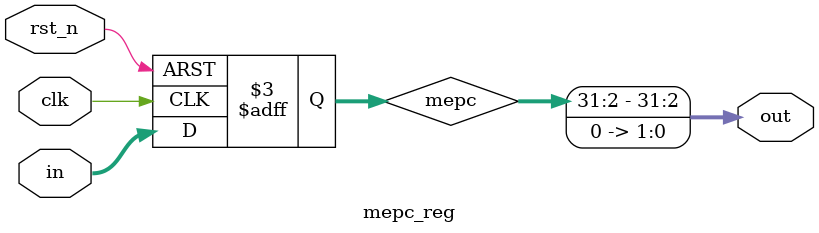
<source format=v>
module mepc_reg (
    input clk,
    input rst_n,
    input [31:0] in,
    output [31:0] out
);
    
    localparam [31:0] default_in = 32'b0;
    
    reg [31:0] mepc;

    always @(posedge clk or negedge rst_n) begin
        if (!rst_n) mepc <= default_in;
        else mepc <= in;
    end

    assign out = { mepc[31:2], 2'b00 };

endmodule
</source>
